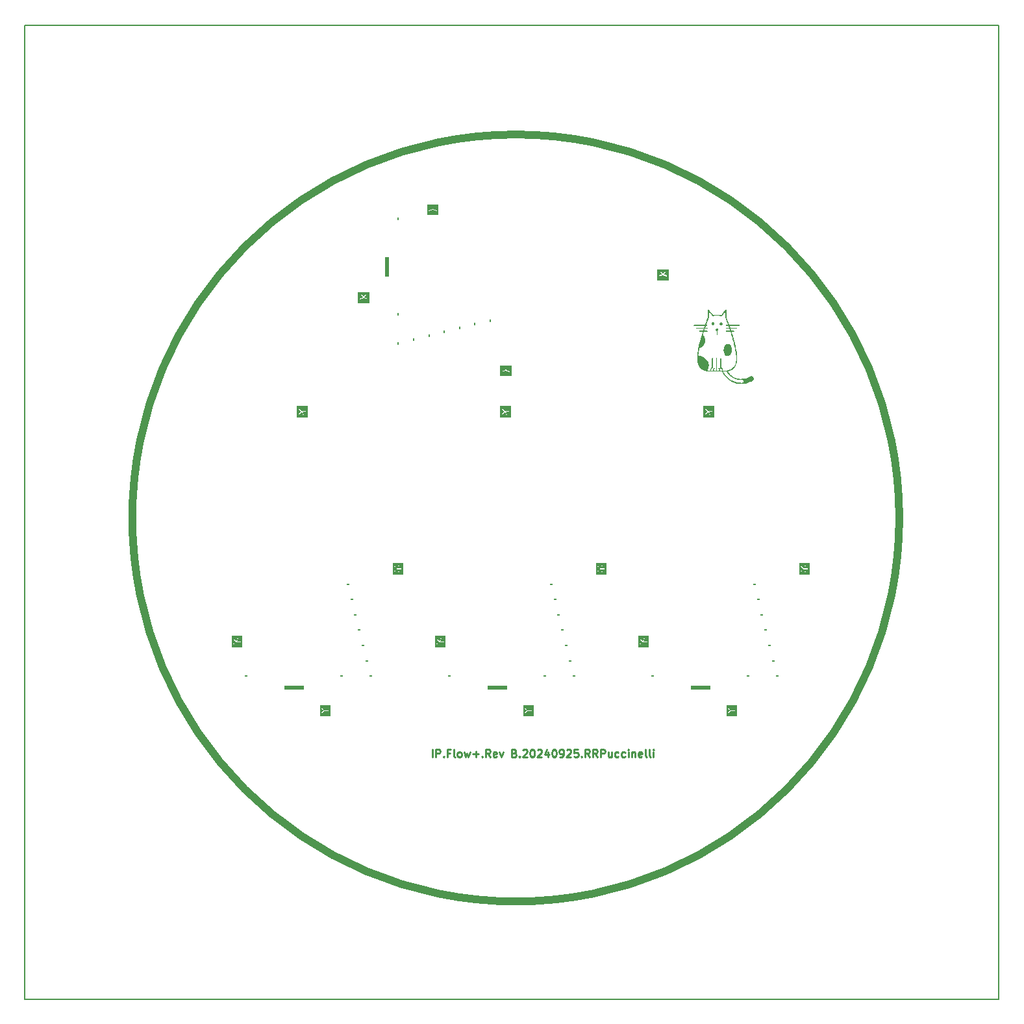
<source format=gbr>
%TF.GenerationSoftware,KiCad,Pcbnew,8.0.4*%
%TF.CreationDate,2024-09-25T16:13:23-07:00*%
%TF.ProjectId,ImmunoprecipitationDevice_RevC,496d6d75-6e6f-4707-9265-636970697461,rev?*%
%TF.SameCoordinates,Original*%
%TF.FileFunction,Legend,Top*%
%TF.FilePolarity,Positive*%
%FSLAX46Y46*%
G04 Gerber Fmt 4.6, Leading zero omitted, Abs format (unit mm)*
G04 Created by KiCad (PCBNEW 8.0.4) date 2024-09-25 16:13:23*
%MOMM*%
%LPD*%
G01*
G04 APERTURE LIST*
%ADD10C,1.000000*%
%ADD11C,0.250000*%
%ADD12C,0.100000*%
%ADD13C,0.000000*%
%ADD14R,0.400000X0.150000*%
%ADD15R,2.500000X0.550000*%
%ADD16R,0.150000X0.400000*%
%ADD17R,0.550000X2.500000*%
%TA.AperFunction,Profile*%
%ADD18C,0.150000*%
%TD*%
G04 APERTURE END LIST*
D10*
X114000000Y-64275000D02*
G75*
G02*
X14000000Y-64275000I-50000000J0D01*
G01*
X14000000Y-64275000D02*
G75*
G02*
X114000000Y-64275000I50000000J0D01*
G01*
D11*
X53102568Y-95449619D02*
X53102568Y-94449619D01*
X53578758Y-95449619D02*
X53578758Y-94449619D01*
X53578758Y-94449619D02*
X53959710Y-94449619D01*
X53959710Y-94449619D02*
X54054948Y-94497238D01*
X54054948Y-94497238D02*
X54102567Y-94544857D01*
X54102567Y-94544857D02*
X54150186Y-94640095D01*
X54150186Y-94640095D02*
X54150186Y-94782952D01*
X54150186Y-94782952D02*
X54102567Y-94878190D01*
X54102567Y-94878190D02*
X54054948Y-94925809D01*
X54054948Y-94925809D02*
X53959710Y-94973428D01*
X53959710Y-94973428D02*
X53578758Y-94973428D01*
X54578758Y-95354380D02*
X54626377Y-95402000D01*
X54626377Y-95402000D02*
X54578758Y-95449619D01*
X54578758Y-95449619D02*
X54531139Y-95402000D01*
X54531139Y-95402000D02*
X54578758Y-95354380D01*
X54578758Y-95354380D02*
X54578758Y-95449619D01*
X55388281Y-94925809D02*
X55054948Y-94925809D01*
X55054948Y-95449619D02*
X55054948Y-94449619D01*
X55054948Y-94449619D02*
X55531138Y-94449619D01*
X56054948Y-95449619D02*
X55959710Y-95402000D01*
X55959710Y-95402000D02*
X55912091Y-95306761D01*
X55912091Y-95306761D02*
X55912091Y-94449619D01*
X56578758Y-95449619D02*
X56483520Y-95402000D01*
X56483520Y-95402000D02*
X56435901Y-95354380D01*
X56435901Y-95354380D02*
X56388282Y-95259142D01*
X56388282Y-95259142D02*
X56388282Y-94973428D01*
X56388282Y-94973428D02*
X56435901Y-94878190D01*
X56435901Y-94878190D02*
X56483520Y-94830571D01*
X56483520Y-94830571D02*
X56578758Y-94782952D01*
X56578758Y-94782952D02*
X56721615Y-94782952D01*
X56721615Y-94782952D02*
X56816853Y-94830571D01*
X56816853Y-94830571D02*
X56864472Y-94878190D01*
X56864472Y-94878190D02*
X56912091Y-94973428D01*
X56912091Y-94973428D02*
X56912091Y-95259142D01*
X56912091Y-95259142D02*
X56864472Y-95354380D01*
X56864472Y-95354380D02*
X56816853Y-95402000D01*
X56816853Y-95402000D02*
X56721615Y-95449619D01*
X56721615Y-95449619D02*
X56578758Y-95449619D01*
X57245425Y-94782952D02*
X57435901Y-95449619D01*
X57435901Y-95449619D02*
X57626377Y-94973428D01*
X57626377Y-94973428D02*
X57816853Y-95449619D01*
X57816853Y-95449619D02*
X58007329Y-94782952D01*
X58388282Y-95068666D02*
X59150187Y-95068666D01*
X58769234Y-95449619D02*
X58769234Y-94687714D01*
X59626377Y-95354380D02*
X59673996Y-95402000D01*
X59673996Y-95402000D02*
X59626377Y-95449619D01*
X59626377Y-95449619D02*
X59578758Y-95402000D01*
X59578758Y-95402000D02*
X59626377Y-95354380D01*
X59626377Y-95354380D02*
X59626377Y-95449619D01*
X60673995Y-95449619D02*
X60340662Y-94973428D01*
X60102567Y-95449619D02*
X60102567Y-94449619D01*
X60102567Y-94449619D02*
X60483519Y-94449619D01*
X60483519Y-94449619D02*
X60578757Y-94497238D01*
X60578757Y-94497238D02*
X60626376Y-94544857D01*
X60626376Y-94544857D02*
X60673995Y-94640095D01*
X60673995Y-94640095D02*
X60673995Y-94782952D01*
X60673995Y-94782952D02*
X60626376Y-94878190D01*
X60626376Y-94878190D02*
X60578757Y-94925809D01*
X60578757Y-94925809D02*
X60483519Y-94973428D01*
X60483519Y-94973428D02*
X60102567Y-94973428D01*
X61483519Y-95402000D02*
X61388281Y-95449619D01*
X61388281Y-95449619D02*
X61197805Y-95449619D01*
X61197805Y-95449619D02*
X61102567Y-95402000D01*
X61102567Y-95402000D02*
X61054948Y-95306761D01*
X61054948Y-95306761D02*
X61054948Y-94925809D01*
X61054948Y-94925809D02*
X61102567Y-94830571D01*
X61102567Y-94830571D02*
X61197805Y-94782952D01*
X61197805Y-94782952D02*
X61388281Y-94782952D01*
X61388281Y-94782952D02*
X61483519Y-94830571D01*
X61483519Y-94830571D02*
X61531138Y-94925809D01*
X61531138Y-94925809D02*
X61531138Y-95021047D01*
X61531138Y-95021047D02*
X61054948Y-95116285D01*
X61864472Y-94782952D02*
X62102567Y-95449619D01*
X62102567Y-95449619D02*
X62340662Y-94782952D01*
X63816853Y-94925809D02*
X63959710Y-94973428D01*
X63959710Y-94973428D02*
X64007329Y-95021047D01*
X64007329Y-95021047D02*
X64054948Y-95116285D01*
X64054948Y-95116285D02*
X64054948Y-95259142D01*
X64054948Y-95259142D02*
X64007329Y-95354380D01*
X64007329Y-95354380D02*
X63959710Y-95402000D01*
X63959710Y-95402000D02*
X63864472Y-95449619D01*
X63864472Y-95449619D02*
X63483520Y-95449619D01*
X63483520Y-95449619D02*
X63483520Y-94449619D01*
X63483520Y-94449619D02*
X63816853Y-94449619D01*
X63816853Y-94449619D02*
X63912091Y-94497238D01*
X63912091Y-94497238D02*
X63959710Y-94544857D01*
X63959710Y-94544857D02*
X64007329Y-94640095D01*
X64007329Y-94640095D02*
X64007329Y-94735333D01*
X64007329Y-94735333D02*
X63959710Y-94830571D01*
X63959710Y-94830571D02*
X63912091Y-94878190D01*
X63912091Y-94878190D02*
X63816853Y-94925809D01*
X63816853Y-94925809D02*
X63483520Y-94925809D01*
X64483520Y-95354380D02*
X64531139Y-95402000D01*
X64531139Y-95402000D02*
X64483520Y-95449619D01*
X64483520Y-95449619D02*
X64435901Y-95402000D01*
X64435901Y-95402000D02*
X64483520Y-95354380D01*
X64483520Y-95354380D02*
X64483520Y-95449619D01*
X64912091Y-94544857D02*
X64959710Y-94497238D01*
X64959710Y-94497238D02*
X65054948Y-94449619D01*
X65054948Y-94449619D02*
X65293043Y-94449619D01*
X65293043Y-94449619D02*
X65388281Y-94497238D01*
X65388281Y-94497238D02*
X65435900Y-94544857D01*
X65435900Y-94544857D02*
X65483519Y-94640095D01*
X65483519Y-94640095D02*
X65483519Y-94735333D01*
X65483519Y-94735333D02*
X65435900Y-94878190D01*
X65435900Y-94878190D02*
X64864472Y-95449619D01*
X64864472Y-95449619D02*
X65483519Y-95449619D01*
X66102567Y-94449619D02*
X66197805Y-94449619D01*
X66197805Y-94449619D02*
X66293043Y-94497238D01*
X66293043Y-94497238D02*
X66340662Y-94544857D01*
X66340662Y-94544857D02*
X66388281Y-94640095D01*
X66388281Y-94640095D02*
X66435900Y-94830571D01*
X66435900Y-94830571D02*
X66435900Y-95068666D01*
X66435900Y-95068666D02*
X66388281Y-95259142D01*
X66388281Y-95259142D02*
X66340662Y-95354380D01*
X66340662Y-95354380D02*
X66293043Y-95402000D01*
X66293043Y-95402000D02*
X66197805Y-95449619D01*
X66197805Y-95449619D02*
X66102567Y-95449619D01*
X66102567Y-95449619D02*
X66007329Y-95402000D01*
X66007329Y-95402000D02*
X65959710Y-95354380D01*
X65959710Y-95354380D02*
X65912091Y-95259142D01*
X65912091Y-95259142D02*
X65864472Y-95068666D01*
X65864472Y-95068666D02*
X65864472Y-94830571D01*
X65864472Y-94830571D02*
X65912091Y-94640095D01*
X65912091Y-94640095D02*
X65959710Y-94544857D01*
X65959710Y-94544857D02*
X66007329Y-94497238D01*
X66007329Y-94497238D02*
X66102567Y-94449619D01*
X66816853Y-94544857D02*
X66864472Y-94497238D01*
X66864472Y-94497238D02*
X66959710Y-94449619D01*
X66959710Y-94449619D02*
X67197805Y-94449619D01*
X67197805Y-94449619D02*
X67293043Y-94497238D01*
X67293043Y-94497238D02*
X67340662Y-94544857D01*
X67340662Y-94544857D02*
X67388281Y-94640095D01*
X67388281Y-94640095D02*
X67388281Y-94735333D01*
X67388281Y-94735333D02*
X67340662Y-94878190D01*
X67340662Y-94878190D02*
X66769234Y-95449619D01*
X66769234Y-95449619D02*
X67388281Y-95449619D01*
X68245424Y-94782952D02*
X68245424Y-95449619D01*
X68007329Y-94402000D02*
X67769234Y-95116285D01*
X67769234Y-95116285D02*
X68388281Y-95116285D01*
X68959710Y-94449619D02*
X69054948Y-94449619D01*
X69054948Y-94449619D02*
X69150186Y-94497238D01*
X69150186Y-94497238D02*
X69197805Y-94544857D01*
X69197805Y-94544857D02*
X69245424Y-94640095D01*
X69245424Y-94640095D02*
X69293043Y-94830571D01*
X69293043Y-94830571D02*
X69293043Y-95068666D01*
X69293043Y-95068666D02*
X69245424Y-95259142D01*
X69245424Y-95259142D02*
X69197805Y-95354380D01*
X69197805Y-95354380D02*
X69150186Y-95402000D01*
X69150186Y-95402000D02*
X69054948Y-95449619D01*
X69054948Y-95449619D02*
X68959710Y-95449619D01*
X68959710Y-95449619D02*
X68864472Y-95402000D01*
X68864472Y-95402000D02*
X68816853Y-95354380D01*
X68816853Y-95354380D02*
X68769234Y-95259142D01*
X68769234Y-95259142D02*
X68721615Y-95068666D01*
X68721615Y-95068666D02*
X68721615Y-94830571D01*
X68721615Y-94830571D02*
X68769234Y-94640095D01*
X68769234Y-94640095D02*
X68816853Y-94544857D01*
X68816853Y-94544857D02*
X68864472Y-94497238D01*
X68864472Y-94497238D02*
X68959710Y-94449619D01*
X69769234Y-95449619D02*
X69959710Y-95449619D01*
X69959710Y-95449619D02*
X70054948Y-95402000D01*
X70054948Y-95402000D02*
X70102567Y-95354380D01*
X70102567Y-95354380D02*
X70197805Y-95211523D01*
X70197805Y-95211523D02*
X70245424Y-95021047D01*
X70245424Y-95021047D02*
X70245424Y-94640095D01*
X70245424Y-94640095D02*
X70197805Y-94544857D01*
X70197805Y-94544857D02*
X70150186Y-94497238D01*
X70150186Y-94497238D02*
X70054948Y-94449619D01*
X70054948Y-94449619D02*
X69864472Y-94449619D01*
X69864472Y-94449619D02*
X69769234Y-94497238D01*
X69769234Y-94497238D02*
X69721615Y-94544857D01*
X69721615Y-94544857D02*
X69673996Y-94640095D01*
X69673996Y-94640095D02*
X69673996Y-94878190D01*
X69673996Y-94878190D02*
X69721615Y-94973428D01*
X69721615Y-94973428D02*
X69769234Y-95021047D01*
X69769234Y-95021047D02*
X69864472Y-95068666D01*
X69864472Y-95068666D02*
X70054948Y-95068666D01*
X70054948Y-95068666D02*
X70150186Y-95021047D01*
X70150186Y-95021047D02*
X70197805Y-94973428D01*
X70197805Y-94973428D02*
X70245424Y-94878190D01*
X70626377Y-94544857D02*
X70673996Y-94497238D01*
X70673996Y-94497238D02*
X70769234Y-94449619D01*
X70769234Y-94449619D02*
X71007329Y-94449619D01*
X71007329Y-94449619D02*
X71102567Y-94497238D01*
X71102567Y-94497238D02*
X71150186Y-94544857D01*
X71150186Y-94544857D02*
X71197805Y-94640095D01*
X71197805Y-94640095D02*
X71197805Y-94735333D01*
X71197805Y-94735333D02*
X71150186Y-94878190D01*
X71150186Y-94878190D02*
X70578758Y-95449619D01*
X70578758Y-95449619D02*
X71197805Y-95449619D01*
X72102567Y-94449619D02*
X71626377Y-94449619D01*
X71626377Y-94449619D02*
X71578758Y-94925809D01*
X71578758Y-94925809D02*
X71626377Y-94878190D01*
X71626377Y-94878190D02*
X71721615Y-94830571D01*
X71721615Y-94830571D02*
X71959710Y-94830571D01*
X71959710Y-94830571D02*
X72054948Y-94878190D01*
X72054948Y-94878190D02*
X72102567Y-94925809D01*
X72102567Y-94925809D02*
X72150186Y-95021047D01*
X72150186Y-95021047D02*
X72150186Y-95259142D01*
X72150186Y-95259142D02*
X72102567Y-95354380D01*
X72102567Y-95354380D02*
X72054948Y-95402000D01*
X72054948Y-95402000D02*
X71959710Y-95449619D01*
X71959710Y-95449619D02*
X71721615Y-95449619D01*
X71721615Y-95449619D02*
X71626377Y-95402000D01*
X71626377Y-95402000D02*
X71578758Y-95354380D01*
X72578758Y-95354380D02*
X72626377Y-95402000D01*
X72626377Y-95402000D02*
X72578758Y-95449619D01*
X72578758Y-95449619D02*
X72531139Y-95402000D01*
X72531139Y-95402000D02*
X72578758Y-95354380D01*
X72578758Y-95354380D02*
X72578758Y-95449619D01*
X73626376Y-95449619D02*
X73293043Y-94973428D01*
X73054948Y-95449619D02*
X73054948Y-94449619D01*
X73054948Y-94449619D02*
X73435900Y-94449619D01*
X73435900Y-94449619D02*
X73531138Y-94497238D01*
X73531138Y-94497238D02*
X73578757Y-94544857D01*
X73578757Y-94544857D02*
X73626376Y-94640095D01*
X73626376Y-94640095D02*
X73626376Y-94782952D01*
X73626376Y-94782952D02*
X73578757Y-94878190D01*
X73578757Y-94878190D02*
X73531138Y-94925809D01*
X73531138Y-94925809D02*
X73435900Y-94973428D01*
X73435900Y-94973428D02*
X73054948Y-94973428D01*
X74626376Y-95449619D02*
X74293043Y-94973428D01*
X74054948Y-95449619D02*
X74054948Y-94449619D01*
X74054948Y-94449619D02*
X74435900Y-94449619D01*
X74435900Y-94449619D02*
X74531138Y-94497238D01*
X74531138Y-94497238D02*
X74578757Y-94544857D01*
X74578757Y-94544857D02*
X74626376Y-94640095D01*
X74626376Y-94640095D02*
X74626376Y-94782952D01*
X74626376Y-94782952D02*
X74578757Y-94878190D01*
X74578757Y-94878190D02*
X74531138Y-94925809D01*
X74531138Y-94925809D02*
X74435900Y-94973428D01*
X74435900Y-94973428D02*
X74054948Y-94973428D01*
X75054948Y-95449619D02*
X75054948Y-94449619D01*
X75054948Y-94449619D02*
X75435900Y-94449619D01*
X75435900Y-94449619D02*
X75531138Y-94497238D01*
X75531138Y-94497238D02*
X75578757Y-94544857D01*
X75578757Y-94544857D02*
X75626376Y-94640095D01*
X75626376Y-94640095D02*
X75626376Y-94782952D01*
X75626376Y-94782952D02*
X75578757Y-94878190D01*
X75578757Y-94878190D02*
X75531138Y-94925809D01*
X75531138Y-94925809D02*
X75435900Y-94973428D01*
X75435900Y-94973428D02*
X75054948Y-94973428D01*
X76483519Y-94782952D02*
X76483519Y-95449619D01*
X76054948Y-94782952D02*
X76054948Y-95306761D01*
X76054948Y-95306761D02*
X76102567Y-95402000D01*
X76102567Y-95402000D02*
X76197805Y-95449619D01*
X76197805Y-95449619D02*
X76340662Y-95449619D01*
X76340662Y-95449619D02*
X76435900Y-95402000D01*
X76435900Y-95402000D02*
X76483519Y-95354380D01*
X77388281Y-95402000D02*
X77293043Y-95449619D01*
X77293043Y-95449619D02*
X77102567Y-95449619D01*
X77102567Y-95449619D02*
X77007329Y-95402000D01*
X77007329Y-95402000D02*
X76959710Y-95354380D01*
X76959710Y-95354380D02*
X76912091Y-95259142D01*
X76912091Y-95259142D02*
X76912091Y-94973428D01*
X76912091Y-94973428D02*
X76959710Y-94878190D01*
X76959710Y-94878190D02*
X77007329Y-94830571D01*
X77007329Y-94830571D02*
X77102567Y-94782952D01*
X77102567Y-94782952D02*
X77293043Y-94782952D01*
X77293043Y-94782952D02*
X77388281Y-94830571D01*
X78245424Y-95402000D02*
X78150186Y-95449619D01*
X78150186Y-95449619D02*
X77959710Y-95449619D01*
X77959710Y-95449619D02*
X77864472Y-95402000D01*
X77864472Y-95402000D02*
X77816853Y-95354380D01*
X77816853Y-95354380D02*
X77769234Y-95259142D01*
X77769234Y-95259142D02*
X77769234Y-94973428D01*
X77769234Y-94973428D02*
X77816853Y-94878190D01*
X77816853Y-94878190D02*
X77864472Y-94830571D01*
X77864472Y-94830571D02*
X77959710Y-94782952D01*
X77959710Y-94782952D02*
X78150186Y-94782952D01*
X78150186Y-94782952D02*
X78245424Y-94830571D01*
X78673996Y-95449619D02*
X78673996Y-94782952D01*
X78673996Y-94449619D02*
X78626377Y-94497238D01*
X78626377Y-94497238D02*
X78673996Y-94544857D01*
X78673996Y-94544857D02*
X78721615Y-94497238D01*
X78721615Y-94497238D02*
X78673996Y-94449619D01*
X78673996Y-94449619D02*
X78673996Y-94544857D01*
X79150186Y-94782952D02*
X79150186Y-95449619D01*
X79150186Y-94878190D02*
X79197805Y-94830571D01*
X79197805Y-94830571D02*
X79293043Y-94782952D01*
X79293043Y-94782952D02*
X79435900Y-94782952D01*
X79435900Y-94782952D02*
X79531138Y-94830571D01*
X79531138Y-94830571D02*
X79578757Y-94925809D01*
X79578757Y-94925809D02*
X79578757Y-95449619D01*
X80435900Y-95402000D02*
X80340662Y-95449619D01*
X80340662Y-95449619D02*
X80150186Y-95449619D01*
X80150186Y-95449619D02*
X80054948Y-95402000D01*
X80054948Y-95402000D02*
X80007329Y-95306761D01*
X80007329Y-95306761D02*
X80007329Y-94925809D01*
X80007329Y-94925809D02*
X80054948Y-94830571D01*
X80054948Y-94830571D02*
X80150186Y-94782952D01*
X80150186Y-94782952D02*
X80340662Y-94782952D01*
X80340662Y-94782952D02*
X80435900Y-94830571D01*
X80435900Y-94830571D02*
X80483519Y-94925809D01*
X80483519Y-94925809D02*
X80483519Y-95021047D01*
X80483519Y-95021047D02*
X80007329Y-95116285D01*
X81054948Y-95449619D02*
X80959710Y-95402000D01*
X80959710Y-95402000D02*
X80912091Y-95306761D01*
X80912091Y-95306761D02*
X80912091Y-94449619D01*
X81578758Y-95449619D02*
X81483520Y-95402000D01*
X81483520Y-95402000D02*
X81435901Y-95306761D01*
X81435901Y-95306761D02*
X81435901Y-94449619D01*
X81959711Y-95449619D02*
X81959711Y-94782952D01*
X81959711Y-94449619D02*
X81912092Y-94497238D01*
X81912092Y-94497238D02*
X81959711Y-94544857D01*
X81959711Y-94544857D02*
X82007330Y-94497238D01*
X82007330Y-94497238D02*
X81959711Y-94449619D01*
X81959711Y-94449619D02*
X81959711Y-94544857D01*
D12*
G36*
X36851222Y-51147566D02*
G01*
X35450671Y-51147566D01*
X35450671Y-50111564D01*
X35672893Y-50111564D01*
X35675652Y-50130876D01*
X35685592Y-50147663D01*
X35692819Y-50154285D01*
X36020437Y-50399999D01*
X35692819Y-50645714D01*
X35685592Y-50652336D01*
X35675652Y-50669123D01*
X35672893Y-50688435D01*
X35677735Y-50707333D01*
X35689441Y-50722941D01*
X35706228Y-50732881D01*
X35725540Y-50735640D01*
X35744438Y-50730798D01*
X35752819Y-50725714D01*
X36081577Y-50479144D01*
X36247823Y-50894759D01*
X36252338Y-50903460D01*
X36265964Y-50917422D01*
X36283895Y-50925106D01*
X36303402Y-50925344D01*
X36321517Y-50918098D01*
X36335479Y-50904472D01*
X36343163Y-50886542D01*
X36343401Y-50867034D01*
X36340671Y-50857620D01*
X36177623Y-50449999D01*
X36579961Y-50449999D01*
X36589716Y-50449038D01*
X36607740Y-50441572D01*
X36621534Y-50427778D01*
X36629000Y-50409754D01*
X36629000Y-50390244D01*
X36621534Y-50372220D01*
X36607740Y-50358426D01*
X36589716Y-50350960D01*
X36579961Y-50349999D01*
X36177623Y-50349999D01*
X36340671Y-49942379D01*
X36343401Y-49932965D01*
X36343163Y-49913457D01*
X36335479Y-49895527D01*
X36321517Y-49881901D01*
X36303402Y-49874655D01*
X36283895Y-49874893D01*
X36265964Y-49882577D01*
X36252338Y-49896539D01*
X36247823Y-49905240D01*
X36081577Y-50320853D01*
X35752819Y-50074285D01*
X35744438Y-50069201D01*
X35725540Y-50064359D01*
X35706228Y-50067118D01*
X35689441Y-50077058D01*
X35677735Y-50092666D01*
X35672893Y-50111564D01*
X35450671Y-50111564D01*
X35450671Y-49652433D01*
X36851222Y-49652433D01*
X36851222Y-51147566D01*
G37*
G36*
X49351222Y-71647566D02*
G01*
X47950671Y-71647566D01*
X47950671Y-70611564D01*
X48172893Y-70611564D01*
X48175652Y-70630876D01*
X48185592Y-70647663D01*
X48192819Y-70654285D01*
X48520437Y-70899999D01*
X48192819Y-71145714D01*
X48185592Y-71152336D01*
X48175652Y-71169123D01*
X48172893Y-71188435D01*
X48177735Y-71207333D01*
X48189441Y-71222941D01*
X48206228Y-71232881D01*
X48225540Y-71235640D01*
X48244438Y-71230798D01*
X48252819Y-71225714D01*
X48581577Y-70979144D01*
X48747823Y-71394759D01*
X48752338Y-71403460D01*
X48765964Y-71417422D01*
X48783895Y-71425106D01*
X48803402Y-71425344D01*
X48821517Y-71418098D01*
X48835479Y-71404472D01*
X48843163Y-71386542D01*
X48843401Y-71367034D01*
X48840671Y-71357620D01*
X48677623Y-70949999D01*
X49079961Y-70949999D01*
X49089716Y-70949038D01*
X49107740Y-70941572D01*
X49121534Y-70927778D01*
X49129000Y-70909754D01*
X49129000Y-70890244D01*
X49121534Y-70872220D01*
X49107740Y-70858426D01*
X49089716Y-70850960D01*
X49079961Y-70849999D01*
X48677623Y-70849999D01*
X48840671Y-70442379D01*
X48843401Y-70432965D01*
X48843163Y-70413457D01*
X48835479Y-70395527D01*
X48821517Y-70381901D01*
X48803402Y-70374655D01*
X48783895Y-70374893D01*
X48765964Y-70382577D01*
X48752338Y-70396539D01*
X48747823Y-70405240D01*
X48581577Y-70820853D01*
X48252819Y-70574285D01*
X48244438Y-70569201D01*
X48225540Y-70564359D01*
X48206228Y-70567118D01*
X48189441Y-70577058D01*
X48177735Y-70592666D01*
X48172893Y-70611564D01*
X47950671Y-70611564D01*
X47950671Y-70152433D01*
X49351222Y-70152433D01*
X49351222Y-71647566D01*
G37*
G36*
X28351222Y-81147566D02*
G01*
X26950671Y-81147566D01*
X26950671Y-80111564D01*
X27172893Y-80111564D01*
X27175652Y-80130876D01*
X27185592Y-80147663D01*
X27192819Y-80154285D01*
X27520437Y-80399999D01*
X27192819Y-80645714D01*
X27185592Y-80652336D01*
X27175652Y-80669123D01*
X27172893Y-80688435D01*
X27177735Y-80707333D01*
X27189441Y-80722941D01*
X27206228Y-80732881D01*
X27225540Y-80735640D01*
X27244438Y-80730798D01*
X27252819Y-80725714D01*
X27581577Y-80479144D01*
X27747823Y-80894759D01*
X27752338Y-80903460D01*
X27765964Y-80917422D01*
X27783895Y-80925106D01*
X27803402Y-80925344D01*
X27821517Y-80918098D01*
X27835479Y-80904472D01*
X27843163Y-80886542D01*
X27843401Y-80867034D01*
X27840671Y-80857620D01*
X27677623Y-80449999D01*
X28079961Y-80449999D01*
X28089716Y-80449038D01*
X28107740Y-80441572D01*
X28121534Y-80427778D01*
X28129000Y-80409754D01*
X28129000Y-80390244D01*
X28121534Y-80372220D01*
X28107740Y-80358426D01*
X28089716Y-80350960D01*
X28079961Y-80349999D01*
X27677623Y-80349999D01*
X27840671Y-79942379D01*
X27843401Y-79932965D01*
X27843163Y-79913457D01*
X27835479Y-79895527D01*
X27821517Y-79881901D01*
X27803402Y-79874655D01*
X27783895Y-79874893D01*
X27765964Y-79882577D01*
X27752338Y-79896539D01*
X27747823Y-79905240D01*
X27581577Y-80320853D01*
X27252819Y-80074285D01*
X27244438Y-80069201D01*
X27225540Y-80064359D01*
X27206228Y-80067118D01*
X27189441Y-80077058D01*
X27177735Y-80092666D01*
X27172893Y-80111564D01*
X26950671Y-80111564D01*
X26950671Y-79652433D01*
X28351222Y-79652433D01*
X28351222Y-81147566D01*
G37*
G36*
X39851222Y-90147566D02*
G01*
X38450671Y-90147566D01*
X38450671Y-89111564D01*
X38672893Y-89111564D01*
X38675652Y-89130876D01*
X38685592Y-89147663D01*
X38692819Y-89154285D01*
X39020437Y-89399999D01*
X38692819Y-89645714D01*
X38685592Y-89652336D01*
X38675652Y-89669123D01*
X38672893Y-89688435D01*
X38677735Y-89707333D01*
X38689441Y-89722941D01*
X38706228Y-89732881D01*
X38725540Y-89735640D01*
X38744438Y-89730798D01*
X38752819Y-89725714D01*
X39081577Y-89479144D01*
X39247823Y-89894759D01*
X39252338Y-89903460D01*
X39265964Y-89917422D01*
X39283895Y-89925106D01*
X39303402Y-89925344D01*
X39321517Y-89918098D01*
X39335479Y-89904472D01*
X39343163Y-89886542D01*
X39343401Y-89867034D01*
X39340671Y-89857620D01*
X39177623Y-89449999D01*
X39579961Y-89449999D01*
X39589716Y-89449038D01*
X39607740Y-89441572D01*
X39621534Y-89427778D01*
X39629000Y-89409754D01*
X39629000Y-89390244D01*
X39621534Y-89372220D01*
X39607740Y-89358426D01*
X39589716Y-89350960D01*
X39579961Y-89349999D01*
X39177623Y-89349999D01*
X39340671Y-88942379D01*
X39343401Y-88932965D01*
X39343163Y-88913457D01*
X39335479Y-88895527D01*
X39321517Y-88881901D01*
X39303402Y-88874655D01*
X39283895Y-88874893D01*
X39265964Y-88882577D01*
X39252338Y-88896539D01*
X39247823Y-88905240D01*
X39081577Y-89320853D01*
X38752819Y-89074285D01*
X38744438Y-89069201D01*
X38725540Y-89064359D01*
X38706228Y-89067118D01*
X38689441Y-89077058D01*
X38677735Y-89092666D01*
X38672893Y-89111564D01*
X38450671Y-89111564D01*
X38450671Y-88652433D01*
X39851222Y-88652433D01*
X39851222Y-90147566D01*
G37*
G36*
X89851222Y-51147566D02*
G01*
X88450671Y-51147566D01*
X88450671Y-50111564D01*
X88672893Y-50111564D01*
X88675652Y-50130876D01*
X88685592Y-50147663D01*
X88692819Y-50154285D01*
X89020437Y-50399999D01*
X88692819Y-50645714D01*
X88685592Y-50652336D01*
X88675652Y-50669123D01*
X88672893Y-50688435D01*
X88677735Y-50707333D01*
X88689441Y-50722941D01*
X88706228Y-50732881D01*
X88725540Y-50735640D01*
X88744438Y-50730798D01*
X88752819Y-50725714D01*
X89081577Y-50479144D01*
X89247823Y-50894759D01*
X89252338Y-50903460D01*
X89265964Y-50917422D01*
X89283895Y-50925106D01*
X89303402Y-50925344D01*
X89321517Y-50918098D01*
X89335479Y-50904472D01*
X89343163Y-50886542D01*
X89343401Y-50867034D01*
X89340671Y-50857620D01*
X89177623Y-50449999D01*
X89579961Y-50449999D01*
X89589716Y-50449038D01*
X89607740Y-50441572D01*
X89621534Y-50427778D01*
X89629000Y-50409754D01*
X89629000Y-50390244D01*
X89621534Y-50372220D01*
X89607740Y-50358426D01*
X89589716Y-50350960D01*
X89579961Y-50349999D01*
X89177623Y-50349999D01*
X89340671Y-49942379D01*
X89343401Y-49932965D01*
X89343163Y-49913457D01*
X89335479Y-49895527D01*
X89321517Y-49881901D01*
X89303402Y-49874655D01*
X89283895Y-49874893D01*
X89265964Y-49882577D01*
X89252338Y-49896539D01*
X89247823Y-49905240D01*
X89081577Y-50320853D01*
X88752819Y-50074285D01*
X88744438Y-50069201D01*
X88725540Y-50064359D01*
X88706228Y-50067118D01*
X88689441Y-50077058D01*
X88677735Y-50092666D01*
X88672893Y-50111564D01*
X88450671Y-50111564D01*
X88450671Y-49652433D01*
X89851222Y-49652433D01*
X89851222Y-51147566D01*
G37*
G36*
X102351222Y-71647566D02*
G01*
X100950671Y-71647566D01*
X100950671Y-70611564D01*
X101172893Y-70611564D01*
X101175652Y-70630876D01*
X101185592Y-70647663D01*
X101192819Y-70654285D01*
X101520437Y-70899999D01*
X101192819Y-71145714D01*
X101185592Y-71152336D01*
X101175652Y-71169123D01*
X101172893Y-71188435D01*
X101177735Y-71207333D01*
X101189441Y-71222941D01*
X101206228Y-71232881D01*
X101225540Y-71235640D01*
X101244438Y-71230798D01*
X101252819Y-71225714D01*
X101581577Y-70979144D01*
X101747823Y-71394759D01*
X101752338Y-71403460D01*
X101765964Y-71417422D01*
X101783895Y-71425106D01*
X101803402Y-71425344D01*
X101821517Y-71418098D01*
X101835479Y-71404472D01*
X101843163Y-71386542D01*
X101843401Y-71367034D01*
X101840671Y-71357620D01*
X101677623Y-70949999D01*
X102079961Y-70949999D01*
X102089716Y-70949038D01*
X102107740Y-70941572D01*
X102121534Y-70927778D01*
X102129000Y-70909754D01*
X102129000Y-70890244D01*
X102121534Y-70872220D01*
X102107740Y-70858426D01*
X102089716Y-70850960D01*
X102079961Y-70849999D01*
X101677623Y-70849999D01*
X101840671Y-70442379D01*
X101843401Y-70432965D01*
X101843163Y-70413457D01*
X101835479Y-70395527D01*
X101821517Y-70381901D01*
X101803402Y-70374655D01*
X101783895Y-70374893D01*
X101765964Y-70382577D01*
X101752338Y-70396539D01*
X101747823Y-70405240D01*
X101581577Y-70820853D01*
X101252819Y-70574285D01*
X101244438Y-70569201D01*
X101225540Y-70564359D01*
X101206228Y-70567118D01*
X101189441Y-70577058D01*
X101177735Y-70592666D01*
X101172893Y-70611564D01*
X100950671Y-70611564D01*
X100950671Y-70152433D01*
X102351222Y-70152433D01*
X102351222Y-71647566D01*
G37*
G36*
X81351222Y-81147566D02*
G01*
X79950671Y-81147566D01*
X79950671Y-80111564D01*
X80172893Y-80111564D01*
X80175652Y-80130876D01*
X80185592Y-80147663D01*
X80192819Y-80154285D01*
X80520437Y-80399999D01*
X80192819Y-80645714D01*
X80185592Y-80652336D01*
X80175652Y-80669123D01*
X80172893Y-80688435D01*
X80177735Y-80707333D01*
X80189441Y-80722941D01*
X80206228Y-80732881D01*
X80225540Y-80735640D01*
X80244438Y-80730798D01*
X80252819Y-80725714D01*
X80581577Y-80479144D01*
X80747823Y-80894759D01*
X80752338Y-80903460D01*
X80765964Y-80917422D01*
X80783895Y-80925106D01*
X80803402Y-80925344D01*
X80821517Y-80918098D01*
X80835479Y-80904472D01*
X80843163Y-80886542D01*
X80843401Y-80867034D01*
X80840671Y-80857620D01*
X80677623Y-80449999D01*
X81079961Y-80449999D01*
X81089716Y-80449038D01*
X81107740Y-80441572D01*
X81121534Y-80427778D01*
X81129000Y-80409754D01*
X81129000Y-80390244D01*
X81121534Y-80372220D01*
X81107740Y-80358426D01*
X81089716Y-80350960D01*
X81079961Y-80349999D01*
X80677623Y-80349999D01*
X80840671Y-79942379D01*
X80843401Y-79932965D01*
X80843163Y-79913457D01*
X80835479Y-79895527D01*
X80821517Y-79881901D01*
X80803402Y-79874655D01*
X80783895Y-79874893D01*
X80765964Y-79882577D01*
X80752338Y-79896539D01*
X80747823Y-79905240D01*
X80581577Y-80320853D01*
X80252819Y-80074285D01*
X80244438Y-80069201D01*
X80225540Y-80064359D01*
X80206228Y-80067118D01*
X80189441Y-80077058D01*
X80177735Y-80092666D01*
X80172893Y-80111564D01*
X79950671Y-80111564D01*
X79950671Y-79652433D01*
X81351222Y-79652433D01*
X81351222Y-81147566D01*
G37*
G36*
X92851222Y-90147566D02*
G01*
X91450671Y-90147566D01*
X91450671Y-89111564D01*
X91672893Y-89111564D01*
X91675652Y-89130876D01*
X91685592Y-89147663D01*
X91692819Y-89154285D01*
X92020437Y-89399999D01*
X91692819Y-89645714D01*
X91685592Y-89652336D01*
X91675652Y-89669123D01*
X91672893Y-89688435D01*
X91677735Y-89707333D01*
X91689441Y-89722941D01*
X91706228Y-89732881D01*
X91725540Y-89735640D01*
X91744438Y-89730798D01*
X91752819Y-89725714D01*
X92081577Y-89479144D01*
X92247823Y-89894759D01*
X92252338Y-89903460D01*
X92265964Y-89917422D01*
X92283895Y-89925106D01*
X92303402Y-89925344D01*
X92321517Y-89918098D01*
X92335479Y-89904472D01*
X92343163Y-89886542D01*
X92343401Y-89867034D01*
X92340671Y-89857620D01*
X92177623Y-89449999D01*
X92579961Y-89449999D01*
X92589716Y-89449038D01*
X92607740Y-89441572D01*
X92621534Y-89427778D01*
X92629000Y-89409754D01*
X92629000Y-89390244D01*
X92621534Y-89372220D01*
X92607740Y-89358426D01*
X92589716Y-89350960D01*
X92579961Y-89349999D01*
X92177623Y-89349999D01*
X92340671Y-88942379D01*
X92343401Y-88932965D01*
X92343163Y-88913457D01*
X92335479Y-88895527D01*
X92321517Y-88881901D01*
X92303402Y-88874655D01*
X92283895Y-88874893D01*
X92265964Y-88882577D01*
X92252338Y-88896539D01*
X92247823Y-88905240D01*
X92081577Y-89320853D01*
X91752819Y-89074285D01*
X91744438Y-89069201D01*
X91725540Y-89064359D01*
X91706228Y-89067118D01*
X91689441Y-89077058D01*
X91677735Y-89092666D01*
X91672893Y-89111564D01*
X91450671Y-89111564D01*
X91450671Y-88652433D01*
X92851222Y-88652433D01*
X92851222Y-90147566D01*
G37*
G36*
X63351222Y-51147566D02*
G01*
X61950671Y-51147566D01*
X61950671Y-50111564D01*
X62172893Y-50111564D01*
X62175652Y-50130876D01*
X62185592Y-50147663D01*
X62192819Y-50154285D01*
X62520437Y-50399999D01*
X62192819Y-50645714D01*
X62185592Y-50652336D01*
X62175652Y-50669123D01*
X62172893Y-50688435D01*
X62177735Y-50707333D01*
X62189441Y-50722941D01*
X62206228Y-50732881D01*
X62225540Y-50735640D01*
X62244438Y-50730798D01*
X62252819Y-50725714D01*
X62581577Y-50479144D01*
X62747823Y-50894759D01*
X62752338Y-50903460D01*
X62765964Y-50917422D01*
X62783895Y-50925106D01*
X62803402Y-50925344D01*
X62821517Y-50918098D01*
X62835479Y-50904472D01*
X62843163Y-50886542D01*
X62843401Y-50867034D01*
X62840671Y-50857620D01*
X62677623Y-50449999D01*
X63079961Y-50449999D01*
X63089716Y-50449038D01*
X63107740Y-50441572D01*
X63121534Y-50427778D01*
X63129000Y-50409754D01*
X63129000Y-50390244D01*
X63121534Y-50372220D01*
X63107740Y-50358426D01*
X63089716Y-50350960D01*
X63079961Y-50349999D01*
X62677623Y-50349999D01*
X62840671Y-49942379D01*
X62843401Y-49932965D01*
X62843163Y-49913457D01*
X62835479Y-49895527D01*
X62821517Y-49881901D01*
X62803402Y-49874655D01*
X62783895Y-49874893D01*
X62765964Y-49882577D01*
X62752338Y-49896539D01*
X62747823Y-49905240D01*
X62581577Y-50320853D01*
X62252819Y-50074285D01*
X62244438Y-50069201D01*
X62225540Y-50064359D01*
X62206228Y-50067118D01*
X62189441Y-50077058D01*
X62177735Y-50092666D01*
X62172893Y-50111564D01*
X61950671Y-50111564D01*
X61950671Y-49652433D01*
X63351222Y-49652433D01*
X63351222Y-51147566D01*
G37*
G36*
X75851222Y-71647566D02*
G01*
X74450671Y-71647566D01*
X74450671Y-70611564D01*
X74672893Y-70611564D01*
X74675652Y-70630876D01*
X74685592Y-70647663D01*
X74692819Y-70654285D01*
X75020437Y-70899999D01*
X74692819Y-71145714D01*
X74685592Y-71152336D01*
X74675652Y-71169123D01*
X74672893Y-71188435D01*
X74677735Y-71207333D01*
X74689441Y-71222941D01*
X74706228Y-71232881D01*
X74725540Y-71235640D01*
X74744438Y-71230798D01*
X74752819Y-71225714D01*
X75081577Y-70979144D01*
X75247823Y-71394759D01*
X75252338Y-71403460D01*
X75265964Y-71417422D01*
X75283895Y-71425106D01*
X75303402Y-71425344D01*
X75321517Y-71418098D01*
X75335479Y-71404472D01*
X75343163Y-71386542D01*
X75343401Y-71367034D01*
X75340671Y-71357620D01*
X75177623Y-70949999D01*
X75579961Y-70949999D01*
X75589716Y-70949038D01*
X75607740Y-70941572D01*
X75621534Y-70927778D01*
X75629000Y-70909754D01*
X75629000Y-70890244D01*
X75621534Y-70872220D01*
X75607740Y-70858426D01*
X75589716Y-70850960D01*
X75579961Y-70849999D01*
X75177623Y-70849999D01*
X75340671Y-70442379D01*
X75343401Y-70432965D01*
X75343163Y-70413457D01*
X75335479Y-70395527D01*
X75321517Y-70381901D01*
X75303402Y-70374655D01*
X75283895Y-70374893D01*
X75265964Y-70382577D01*
X75252338Y-70396539D01*
X75247823Y-70405240D01*
X75081577Y-70820853D01*
X74752819Y-70574285D01*
X74744438Y-70569201D01*
X74725540Y-70564359D01*
X74706228Y-70567118D01*
X74689441Y-70577058D01*
X74677735Y-70592666D01*
X74672893Y-70611564D01*
X74450671Y-70611564D01*
X74450671Y-70152433D01*
X75851222Y-70152433D01*
X75851222Y-71647566D01*
G37*
G36*
X54851222Y-81147566D02*
G01*
X53450671Y-81147566D01*
X53450671Y-80111564D01*
X53672893Y-80111564D01*
X53675652Y-80130876D01*
X53685592Y-80147663D01*
X53692819Y-80154285D01*
X54020437Y-80399999D01*
X53692819Y-80645714D01*
X53685592Y-80652336D01*
X53675652Y-80669123D01*
X53672893Y-80688435D01*
X53677735Y-80707333D01*
X53689441Y-80722941D01*
X53706228Y-80732881D01*
X53725540Y-80735640D01*
X53744438Y-80730798D01*
X53752819Y-80725714D01*
X54081577Y-80479144D01*
X54247823Y-80894759D01*
X54252338Y-80903460D01*
X54265964Y-80917422D01*
X54283895Y-80925106D01*
X54303402Y-80925344D01*
X54321517Y-80918098D01*
X54335479Y-80904472D01*
X54343163Y-80886542D01*
X54343401Y-80867034D01*
X54340671Y-80857620D01*
X54177623Y-80449999D01*
X54579961Y-80449999D01*
X54589716Y-80449038D01*
X54607740Y-80441572D01*
X54621534Y-80427778D01*
X54629000Y-80409754D01*
X54629000Y-80390244D01*
X54621534Y-80372220D01*
X54607740Y-80358426D01*
X54589716Y-80350960D01*
X54579961Y-80349999D01*
X54177623Y-80349999D01*
X54340671Y-79942379D01*
X54343401Y-79932965D01*
X54343163Y-79913457D01*
X54335479Y-79895527D01*
X54321517Y-79881901D01*
X54303402Y-79874655D01*
X54283895Y-79874893D01*
X54265964Y-79882577D01*
X54252338Y-79896539D01*
X54247823Y-79905240D01*
X54081577Y-80320853D01*
X53752819Y-80074285D01*
X53744438Y-80069201D01*
X53725540Y-80064359D01*
X53706228Y-80067118D01*
X53689441Y-80077058D01*
X53677735Y-80092666D01*
X53672893Y-80111564D01*
X53450671Y-80111564D01*
X53450671Y-79652433D01*
X54851222Y-79652433D01*
X54851222Y-81147566D01*
G37*
G36*
X66351222Y-90147566D02*
G01*
X64950671Y-90147566D01*
X64950671Y-89111564D01*
X65172893Y-89111564D01*
X65175652Y-89130876D01*
X65185592Y-89147663D01*
X65192819Y-89154285D01*
X65520437Y-89399999D01*
X65192819Y-89645714D01*
X65185592Y-89652336D01*
X65175652Y-89669123D01*
X65172893Y-89688435D01*
X65177735Y-89707333D01*
X65189441Y-89722941D01*
X65206228Y-89732881D01*
X65225540Y-89735640D01*
X65244438Y-89730798D01*
X65252819Y-89725714D01*
X65581577Y-89479144D01*
X65747823Y-89894759D01*
X65752338Y-89903460D01*
X65765964Y-89917422D01*
X65783895Y-89925106D01*
X65803402Y-89925344D01*
X65821517Y-89918098D01*
X65835479Y-89904472D01*
X65843163Y-89886542D01*
X65843401Y-89867034D01*
X65840671Y-89857620D01*
X65677623Y-89449999D01*
X66079961Y-89449999D01*
X66089716Y-89449038D01*
X66107740Y-89441572D01*
X66121534Y-89427778D01*
X66129000Y-89409754D01*
X66129000Y-89390244D01*
X66121534Y-89372220D01*
X66107740Y-89358426D01*
X66089716Y-89350960D01*
X66079961Y-89349999D01*
X65677623Y-89349999D01*
X65840671Y-88942379D01*
X65843401Y-88932965D01*
X65843163Y-88913457D01*
X65835479Y-88895527D01*
X65821517Y-88881901D01*
X65803402Y-88874655D01*
X65783895Y-88874893D01*
X65765964Y-88882577D01*
X65752338Y-88896539D01*
X65747823Y-88905240D01*
X65581577Y-89320853D01*
X65252819Y-89074285D01*
X65244438Y-89069201D01*
X65225540Y-89064359D01*
X65206228Y-89067118D01*
X65189441Y-89077058D01*
X65177735Y-89092666D01*
X65172893Y-89111564D01*
X64950671Y-89111564D01*
X64950671Y-88652433D01*
X66351222Y-88652433D01*
X66351222Y-90147566D01*
G37*
G36*
X83922566Y-33276222D02*
G01*
X82427433Y-33276222D01*
X82427433Y-32728402D01*
X82649655Y-32728402D01*
X82656900Y-32746517D01*
X82670526Y-32760479D01*
X82688457Y-32768163D01*
X82707964Y-32768401D01*
X82717379Y-32765671D01*
X83125000Y-32602622D01*
X83125000Y-33004961D01*
X83125961Y-33014716D01*
X83133427Y-33032740D01*
X83147221Y-33046534D01*
X83165245Y-33054000D01*
X83184755Y-33054000D01*
X83202779Y-33046534D01*
X83216573Y-33032740D01*
X83224039Y-33014716D01*
X83225000Y-33004961D01*
X83225000Y-32602623D01*
X83632620Y-32765671D01*
X83642034Y-32768401D01*
X83661542Y-32768163D01*
X83679472Y-32760479D01*
X83693098Y-32746517D01*
X83700344Y-32728402D01*
X83700106Y-32708895D01*
X83692422Y-32690964D01*
X83678460Y-32677338D01*
X83669759Y-32672823D01*
X83254145Y-32506577D01*
X83500714Y-32177819D01*
X83505798Y-32169438D01*
X83510640Y-32150540D01*
X83507881Y-32131228D01*
X83497941Y-32114441D01*
X83482333Y-32102735D01*
X83463435Y-32097893D01*
X83444123Y-32100652D01*
X83427336Y-32110592D01*
X83420714Y-32117819D01*
X83174999Y-32445437D01*
X82929285Y-32117819D01*
X82922663Y-32110592D01*
X82905876Y-32100652D01*
X82886564Y-32097893D01*
X82867666Y-32102735D01*
X82852058Y-32114441D01*
X82842118Y-32131228D01*
X82839359Y-32150540D01*
X82844201Y-32169438D01*
X82849285Y-32177819D01*
X83095854Y-32506577D01*
X82680239Y-32672823D01*
X82671539Y-32677338D01*
X82657577Y-32690964D01*
X82649893Y-32708895D01*
X82649655Y-32728402D01*
X82427433Y-32728402D01*
X82427433Y-31875671D01*
X83922566Y-31875671D01*
X83922566Y-33276222D01*
G37*
G36*
X63422566Y-45776222D02*
G01*
X61927433Y-45776222D01*
X61927433Y-45228402D01*
X62149655Y-45228402D01*
X62156900Y-45246517D01*
X62170526Y-45260479D01*
X62188457Y-45268163D01*
X62207964Y-45268401D01*
X62217379Y-45265671D01*
X62625000Y-45102622D01*
X62625000Y-45504961D01*
X62625961Y-45514716D01*
X62633427Y-45532740D01*
X62647221Y-45546534D01*
X62665245Y-45554000D01*
X62684755Y-45554000D01*
X62702779Y-45546534D01*
X62716573Y-45532740D01*
X62724039Y-45514716D01*
X62725000Y-45504961D01*
X62725000Y-45102623D01*
X63132620Y-45265671D01*
X63142034Y-45268401D01*
X63161542Y-45268163D01*
X63179472Y-45260479D01*
X63193098Y-45246517D01*
X63200344Y-45228402D01*
X63200106Y-45208895D01*
X63192422Y-45190964D01*
X63178460Y-45177338D01*
X63169759Y-45172823D01*
X62754145Y-45006577D01*
X63000714Y-44677819D01*
X63005798Y-44669438D01*
X63010640Y-44650540D01*
X63007881Y-44631228D01*
X62997941Y-44614441D01*
X62982333Y-44602735D01*
X62963435Y-44597893D01*
X62944123Y-44600652D01*
X62927336Y-44610592D01*
X62920714Y-44617819D01*
X62674999Y-44945437D01*
X62429285Y-44617819D01*
X62422663Y-44610592D01*
X62405876Y-44600652D01*
X62386564Y-44597893D01*
X62367666Y-44602735D01*
X62352058Y-44614441D01*
X62342118Y-44631228D01*
X62339359Y-44650540D01*
X62344201Y-44669438D01*
X62349285Y-44677819D01*
X62595854Y-45006577D01*
X62180239Y-45172823D01*
X62171539Y-45177338D01*
X62157577Y-45190964D01*
X62149893Y-45208895D01*
X62149655Y-45228402D01*
X61927433Y-45228402D01*
X61927433Y-44375671D01*
X63422566Y-44375671D01*
X63422566Y-45776222D01*
G37*
G36*
X53922566Y-24776222D02*
G01*
X52427433Y-24776222D01*
X52427433Y-24228402D01*
X52649655Y-24228402D01*
X52656900Y-24246517D01*
X52670526Y-24260479D01*
X52688457Y-24268163D01*
X52707964Y-24268401D01*
X52717379Y-24265671D01*
X53125000Y-24102622D01*
X53125000Y-24504961D01*
X53125961Y-24514716D01*
X53133427Y-24532740D01*
X53147221Y-24546534D01*
X53165245Y-24554000D01*
X53184755Y-24554000D01*
X53202779Y-24546534D01*
X53216573Y-24532740D01*
X53224039Y-24514716D01*
X53225000Y-24504961D01*
X53225000Y-24102623D01*
X53632620Y-24265671D01*
X53642034Y-24268401D01*
X53661542Y-24268163D01*
X53679472Y-24260479D01*
X53693098Y-24246517D01*
X53700344Y-24228402D01*
X53700106Y-24208895D01*
X53692422Y-24190964D01*
X53678460Y-24177338D01*
X53669759Y-24172823D01*
X53254145Y-24006577D01*
X53500714Y-23677819D01*
X53505798Y-23669438D01*
X53510640Y-23650540D01*
X53507881Y-23631228D01*
X53497941Y-23614441D01*
X53482333Y-23602735D01*
X53463435Y-23597893D01*
X53444123Y-23600652D01*
X53427336Y-23610592D01*
X53420714Y-23617819D01*
X53174999Y-23945437D01*
X52929285Y-23617819D01*
X52922663Y-23610592D01*
X52905876Y-23600652D01*
X52886564Y-23597893D01*
X52867666Y-23602735D01*
X52852058Y-23614441D01*
X52842118Y-23631228D01*
X52839359Y-23650540D01*
X52844201Y-23669438D01*
X52849285Y-23677819D01*
X53095854Y-24006577D01*
X52680239Y-24172823D01*
X52671539Y-24177338D01*
X52657577Y-24190964D01*
X52649893Y-24208895D01*
X52649655Y-24228402D01*
X52427433Y-24228402D01*
X52427433Y-23375671D01*
X53922566Y-23375671D01*
X53922566Y-24776222D01*
G37*
G36*
X44922566Y-36276222D02*
G01*
X43427433Y-36276222D01*
X43427433Y-35728402D01*
X43649655Y-35728402D01*
X43656900Y-35746517D01*
X43670526Y-35760479D01*
X43688457Y-35768163D01*
X43707964Y-35768401D01*
X43717379Y-35765671D01*
X44125000Y-35602622D01*
X44125000Y-36004961D01*
X44125961Y-36014716D01*
X44133427Y-36032740D01*
X44147221Y-36046534D01*
X44165245Y-36054000D01*
X44184755Y-36054000D01*
X44202779Y-36046534D01*
X44216573Y-36032740D01*
X44224039Y-36014716D01*
X44225000Y-36004961D01*
X44225000Y-35602623D01*
X44632620Y-35765671D01*
X44642034Y-35768401D01*
X44661542Y-35768163D01*
X44679472Y-35760479D01*
X44693098Y-35746517D01*
X44700344Y-35728402D01*
X44700106Y-35708895D01*
X44692422Y-35690964D01*
X44678460Y-35677338D01*
X44669759Y-35672823D01*
X44254145Y-35506577D01*
X44500714Y-35177819D01*
X44505798Y-35169438D01*
X44510640Y-35150540D01*
X44507881Y-35131228D01*
X44497941Y-35114441D01*
X44482333Y-35102735D01*
X44463435Y-35097893D01*
X44444123Y-35100652D01*
X44427336Y-35110592D01*
X44420714Y-35117819D01*
X44174999Y-35445437D01*
X43929285Y-35117819D01*
X43922663Y-35110592D01*
X43905876Y-35100652D01*
X43886564Y-35097893D01*
X43867666Y-35102735D01*
X43852058Y-35114441D01*
X43842118Y-35131228D01*
X43839359Y-35150540D01*
X43844201Y-35169438D01*
X43849285Y-35177819D01*
X44095854Y-35506577D01*
X43680239Y-35672823D01*
X43671539Y-35677338D01*
X43657577Y-35690964D01*
X43649893Y-35708895D01*
X43649655Y-35728402D01*
X43427433Y-35728402D01*
X43427433Y-34875671D01*
X44922566Y-34875671D01*
X44922566Y-36276222D01*
G37*
D13*
G36*
X89140030Y-37063135D02*
G01*
X89158902Y-37077466D01*
X89184573Y-37104310D01*
X89219202Y-37146087D01*
X89264947Y-37205216D01*
X89311049Y-37266714D01*
X89370872Y-37347095D01*
X89436667Y-37435317D01*
X89502484Y-37523416D01*
X89562376Y-37603426D01*
X89595127Y-37647078D01*
X89724747Y-37819625D01*
X89806977Y-37802359D01*
X89966278Y-37777199D01*
X90140737Y-37764205D01*
X90322153Y-37763260D01*
X90502328Y-37774246D01*
X90673063Y-37797046D01*
X90766662Y-37816135D01*
X90781574Y-37817352D01*
X90796834Y-37811478D01*
X90815692Y-37795386D01*
X90841398Y-37765953D01*
X90877200Y-37720051D01*
X90905208Y-37682866D01*
X91009451Y-37543757D01*
X91098751Y-37424944D01*
X91173831Y-37325485D01*
X91235412Y-37244438D01*
X91284213Y-37180860D01*
X91320957Y-37133809D01*
X91346365Y-37102344D01*
X91361157Y-37085521D01*
X91364789Y-37082311D01*
X91402226Y-37072391D01*
X91439669Y-37083576D01*
X91458641Y-37101416D01*
X91464041Y-37112081D01*
X91468425Y-37128820D01*
X91471896Y-37154192D01*
X91474554Y-37190756D01*
X91476499Y-37241072D01*
X91477834Y-37307699D01*
X91478659Y-37393196D01*
X91479074Y-37500123D01*
X91479182Y-37622122D01*
X91479245Y-37749575D01*
X91479528Y-37853509D01*
X91480174Y-37936797D01*
X91481324Y-38002312D01*
X91483118Y-38052924D01*
X91485700Y-38091506D01*
X91489210Y-38120930D01*
X91493789Y-38144066D01*
X91499580Y-38163788D01*
X91506725Y-38182967D01*
X91506843Y-38183264D01*
X91521150Y-38220447D01*
X91542519Y-38277403D01*
X91569405Y-38349899D01*
X91600265Y-38433699D01*
X91633557Y-38524570D01*
X91667738Y-38618276D01*
X91701265Y-38710584D01*
X91732595Y-38797258D01*
X91760185Y-38874066D01*
X91782492Y-38936771D01*
X91797974Y-38981140D01*
X91802774Y-38995434D01*
X91817177Y-39035040D01*
X91830219Y-39063249D01*
X91836545Y-39071786D01*
X91851580Y-39073140D01*
X91890411Y-39074376D01*
X91950443Y-39075471D01*
X92029083Y-39076400D01*
X92123738Y-39077138D01*
X92231813Y-39077661D01*
X92350715Y-39077944D01*
X92477850Y-39077962D01*
X92488539Y-39077951D01*
X92657757Y-39078055D01*
X92802994Y-39078765D01*
X92923845Y-39080073D01*
X93019907Y-39081972D01*
X93090778Y-39084452D01*
X93136055Y-39087507D01*
X93155054Y-39090967D01*
X93189397Y-39120165D01*
X93200327Y-39156003D01*
X93188543Y-39190742D01*
X93167508Y-39222844D01*
X92526453Y-39222844D01*
X92374486Y-39222973D01*
X92247096Y-39223391D01*
X92142472Y-39224146D01*
X92058802Y-39225284D01*
X91994276Y-39226853D01*
X91947082Y-39228899D01*
X91915408Y-39231470D01*
X91897443Y-39234613D01*
X91891377Y-39238374D01*
X91891476Y-39239337D01*
X91898345Y-39259415D01*
X91910743Y-39296844D01*
X91926101Y-39343861D01*
X91927507Y-39348194D01*
X91943438Y-39394762D01*
X91957499Y-39431388D01*
X91966882Y-39450808D01*
X91967470Y-39451541D01*
X91973822Y-39456322D01*
X91985032Y-39460204D01*
X92003731Y-39463299D01*
X92032553Y-39465717D01*
X92074128Y-39467570D01*
X92131089Y-39468968D01*
X92206069Y-39470022D01*
X92301699Y-39470844D01*
X92420611Y-39471544D01*
X92444759Y-39471666D01*
X92556820Y-39472392D01*
X92645383Y-39473438D01*
X92713338Y-39474969D01*
X92763574Y-39477148D01*
X92798984Y-39480139D01*
X92822456Y-39484106D01*
X92836881Y-39489213D01*
X92843902Y-39494280D01*
X92862950Y-39529221D01*
X92856602Y-39568663D01*
X92845968Y-39586395D01*
X92839649Y-39593572D01*
X92830461Y-39599213D01*
X92815530Y-39603462D01*
X92791982Y-39606460D01*
X92756941Y-39608350D01*
X92707532Y-39609275D01*
X92640881Y-39609377D01*
X92554112Y-39608799D01*
X92444351Y-39607685D01*
X92421835Y-39607437D01*
X92305397Y-39606316D01*
X92212896Y-39605870D01*
X92141885Y-39606179D01*
X92089920Y-39607325D01*
X92054553Y-39609390D01*
X92033339Y-39612454D01*
X92023832Y-39616599D01*
X92022999Y-39620715D01*
X92029717Y-39641254D01*
X92041527Y-39679617D01*
X92056125Y-39728296D01*
X92059367Y-39739255D01*
X92089105Y-39840030D01*
X92267123Y-39845232D01*
X92340150Y-39847758D01*
X92391316Y-39850809D01*
X92425152Y-39855085D01*
X92446187Y-39861289D01*
X92458950Y-39870119D01*
X92463564Y-39875628D01*
X92480717Y-39915979D01*
X92472480Y-39953228D01*
X92461252Y-39967408D01*
X92445545Y-39977172D01*
X92418640Y-39983473D01*
X92375766Y-39986920D01*
X92312153Y-39988118D01*
X92298516Y-39988143D01*
X92239994Y-39988741D01*
X92191850Y-39990360D01*
X92159820Y-39992737D01*
X92149677Y-39994980D01*
X92151456Y-40009016D01*
X92160303Y-40044385D01*
X92175148Y-40097320D01*
X92194922Y-40164050D01*
X92218556Y-40240807D01*
X92227361Y-40268773D01*
X92324583Y-40584586D01*
X92415951Y-40898932D01*
X92500861Y-41209212D01*
X92578710Y-41512830D01*
X92648894Y-41807188D01*
X92710810Y-42089690D01*
X92763855Y-42357739D01*
X92807426Y-42608736D01*
X92840919Y-42840085D01*
X92857153Y-42980185D01*
X92876940Y-43255562D01*
X92877983Y-43513413D01*
X92860333Y-43753562D01*
X92824040Y-43975832D01*
X92769155Y-44180048D01*
X92695728Y-44366032D01*
X92603809Y-44533608D01*
X92493450Y-44682601D01*
X92364701Y-44812835D01*
X92321225Y-44849241D01*
X92272070Y-44885724D01*
X92213061Y-44925138D01*
X92149164Y-44964655D01*
X92085344Y-45001449D01*
X92026568Y-45032694D01*
X91977803Y-45055563D01*
X91944014Y-45067229D01*
X91936600Y-45068143D01*
X91911099Y-45073784D01*
X91879394Y-45086783D01*
X91848085Y-45098955D01*
X91800754Y-45113491D01*
X91747219Y-45127395D01*
X91743078Y-45128364D01*
X91695489Y-45139731D01*
X91659048Y-45149064D01*
X91640376Y-45154652D01*
X91639346Y-45155179D01*
X91644938Y-45166544D01*
X91663666Y-45194725D01*
X91692649Y-45235562D01*
X91729006Y-45284899D01*
X91731652Y-45288429D01*
X91886051Y-45473597D01*
X92054769Y-45637360D01*
X92236575Y-45779146D01*
X92430239Y-45898385D01*
X92634530Y-45994505D01*
X92848216Y-46066936D01*
X93070068Y-46115107D01*
X93298855Y-46138448D01*
X93533345Y-46136387D01*
X93556681Y-46134790D01*
X93772541Y-46108370D01*
X93985662Y-46061960D01*
X94190721Y-45997152D01*
X94382394Y-45915542D01*
X94500750Y-45852212D01*
X94581644Y-45811226D01*
X94653722Y-45789949D01*
X94723875Y-45786883D01*
X94770188Y-45793629D01*
X94854206Y-45823428D01*
X94923983Y-45872567D01*
X94977509Y-45936999D01*
X95012769Y-46012676D01*
X95027752Y-46095552D01*
X95020445Y-46181581D01*
X94997171Y-46250013D01*
X94972400Y-46294360D01*
X94940085Y-46333762D01*
X94896429Y-46371205D01*
X94837634Y-46409675D01*
X94759904Y-46452157D01*
X94705312Y-46479486D01*
X94528919Y-46558725D01*
X94344364Y-46628572D01*
X94158674Y-46686799D01*
X93978876Y-46731179D01*
X93828230Y-46757399D01*
X93776479Y-46764768D01*
X93735236Y-46771493D01*
X93711126Y-46776460D01*
X93707891Y-46777620D01*
X93689789Y-46780907D01*
X93650063Y-46783694D01*
X93593476Y-46785938D01*
X93524790Y-46787598D01*
X93448768Y-46788635D01*
X93370171Y-46789006D01*
X93293761Y-46788670D01*
X93224302Y-46787588D01*
X93166554Y-46785717D01*
X93125281Y-46783016D01*
X93121935Y-46782665D01*
X92868973Y-46742423D01*
X92620033Y-46678913D01*
X92378567Y-46593478D01*
X92148032Y-46487463D01*
X91931881Y-46362212D01*
X91793651Y-46265818D01*
X91718684Y-46205524D01*
X91633173Y-46130281D01*
X91542992Y-46045802D01*
X91454014Y-45957799D01*
X91372112Y-45871984D01*
X91303158Y-45794072D01*
X91281573Y-45767725D01*
X91220197Y-45686825D01*
X91153869Y-45592895D01*
X91087731Y-45493707D01*
X91026926Y-45397032D01*
X90976596Y-45310641D01*
X90965385Y-45289927D01*
X90921468Y-45207076D01*
X91085771Y-45207076D01*
X91087763Y-45221763D01*
X91103217Y-45254139D01*
X91129841Y-45300726D01*
X91165340Y-45358043D01*
X91207421Y-45422612D01*
X91253792Y-45490952D01*
X91302157Y-45559583D01*
X91350225Y-45625027D01*
X91395702Y-45683803D01*
X91417843Y-45710911D01*
X91599970Y-45909950D01*
X91793759Y-46085340D01*
X91999556Y-46237271D01*
X92217706Y-46365935D01*
X92448555Y-46471523D01*
X92692450Y-46554225D01*
X92949735Y-46614233D01*
X93095545Y-46637428D01*
X93131848Y-46640578D01*
X93185568Y-46643030D01*
X93252060Y-46644790D01*
X93326678Y-46645863D01*
X93404775Y-46646255D01*
X93481707Y-46645971D01*
X93552825Y-46645017D01*
X93613485Y-46643398D01*
X93659040Y-46641119D01*
X93684844Y-46638187D01*
X93688701Y-46636736D01*
X93688696Y-46621687D01*
X93681908Y-46589906D01*
X93674902Y-46565137D01*
X93664322Y-46519804D01*
X93654725Y-46459893D01*
X93647949Y-46397203D01*
X93647245Y-46387623D01*
X93639626Y-46275467D01*
X93387378Y-46275183D01*
X93288124Y-46274499D01*
X93208770Y-46272375D01*
X93142844Y-46268328D01*
X93083876Y-46261871D01*
X93025392Y-46252521D01*
X92987387Y-46245229D01*
X92749801Y-46184620D01*
X92524737Y-46100824D01*
X92312510Y-45994052D01*
X92113437Y-45864515D01*
X91927833Y-45712425D01*
X91756014Y-45537992D01*
X91598297Y-45341426D01*
X91566926Y-45297253D01*
X91492283Y-45189897D01*
X91291109Y-45196716D01*
X91221236Y-45199295D01*
X91161350Y-45201907D01*
X91116098Y-45204317D01*
X91090126Y-45206291D01*
X91085771Y-45207076D01*
X90921468Y-45207076D01*
X90920004Y-45204314D01*
X90346363Y-45195605D01*
X90209058Y-45193652D01*
X90065787Y-45191852D01*
X89921819Y-45190254D01*
X89782424Y-45188910D01*
X89652871Y-45187870D01*
X89538429Y-45187183D01*
X89444366Y-45186900D01*
X89433133Y-45186896D01*
X89281251Y-45185553D01*
X89151051Y-45181153D01*
X89037943Y-45173142D01*
X88937339Y-45160965D01*
X88844649Y-45144066D01*
X88755284Y-45121891D01*
X88665045Y-45094016D01*
X88478538Y-45019021D01*
X88310552Y-44925296D01*
X88161176Y-44812999D01*
X88030501Y-44682286D01*
X87918616Y-44533315D01*
X87825609Y-44366242D01*
X87751572Y-44181224D01*
X87696594Y-43978419D01*
X87660763Y-43757983D01*
X87644170Y-43520073D01*
X87645144Y-43307436D01*
X87652187Y-43159221D01*
X87659524Y-43058510D01*
X87792540Y-43058510D01*
X87792918Y-43077774D01*
X87793137Y-43078263D01*
X87808251Y-43085258D01*
X87840612Y-43092670D01*
X87860814Y-43095851D01*
X87999508Y-43123200D01*
X88148100Y-43167632D01*
X88299387Y-43226134D01*
X88446164Y-43295690D01*
X88581227Y-43373288D01*
X88669424Y-43434137D01*
X88813046Y-43556175D01*
X88933590Y-43687677D01*
X89030715Y-43827214D01*
X89104078Y-43973360D01*
X89153337Y-44124687D01*
X89178148Y-44279766D01*
X89178169Y-44437171D01*
X89153058Y-44595473D01*
X89102472Y-44753245D01*
X89026067Y-44909060D01*
X89024164Y-44912334D01*
X88997974Y-44959471D01*
X88979402Y-44997316D01*
X88970800Y-45020801D01*
X88971456Y-45025912D01*
X88998071Y-45031645D01*
X89043372Y-45037960D01*
X89099695Y-45044070D01*
X89159372Y-45049189D01*
X89214737Y-45052527D01*
X89237921Y-45053275D01*
X89325544Y-45054948D01*
X89330404Y-44958701D01*
X89343305Y-44866212D01*
X89373550Y-44788676D01*
X89423814Y-44721831D01*
X89496773Y-44661416D01*
X89530918Y-44639311D01*
X89536129Y-44633947D01*
X89540531Y-44623245D01*
X89544240Y-44604921D01*
X89547367Y-44576690D01*
X89550027Y-44536267D01*
X89552333Y-44481369D01*
X89554398Y-44409709D01*
X89556337Y-44319005D01*
X89558262Y-44206971D01*
X89560287Y-44071323D01*
X89560745Y-44038948D01*
X89562774Y-43898654D01*
X89564643Y-43782372D01*
X89566478Y-43687726D01*
X89568408Y-43612340D01*
X89570559Y-43553839D01*
X89573059Y-43509846D01*
X89576035Y-43477985D01*
X89579615Y-43455881D01*
X89583924Y-43441157D01*
X89589092Y-43431437D01*
X89593571Y-43426041D01*
X89617343Y-43408630D01*
X89644972Y-43410020D01*
X89654715Y-43413161D01*
X89691286Y-43426020D01*
X89694944Y-44052458D01*
X89695537Y-44179439D01*
X89695809Y-44299008D01*
X89695773Y-44408441D01*
X89695446Y-44505013D01*
X89694839Y-44585998D01*
X89693969Y-44648673D01*
X89692848Y-44690311D01*
X89691543Y-44707992D01*
X89671934Y-44735013D01*
X89637371Y-44750097D01*
X89571318Y-44779630D01*
X89518358Y-44825396D01*
X89481922Y-44882331D01*
X89465445Y-44945373D01*
X89469237Y-44998091D01*
X89481088Y-45048350D01*
X89588586Y-45052168D01*
X89696084Y-45055986D01*
X89688674Y-44984194D01*
X89685346Y-44909724D01*
X89694556Y-44851822D01*
X89718669Y-44802707D01*
X89757729Y-44756901D01*
X89809423Y-44715221D01*
X89856062Y-44698058D01*
X89896526Y-44705679D01*
X89914655Y-44719423D01*
X89931970Y-44744489D01*
X89930447Y-44770341D01*
X89908651Y-44801729D01*
X89881715Y-44828477D01*
X89845292Y-44867807D01*
X89826344Y-44905553D01*
X89820766Y-44932278D01*
X89817931Y-44966194D01*
X89824486Y-44987852D01*
X89845563Y-45007319D01*
X89866162Y-45021374D01*
X89898555Y-45040416D01*
X89928972Y-45050341D01*
X89967572Y-45053339D01*
X90009579Y-45052290D01*
X90100325Y-45048350D01*
X90103726Y-44244695D01*
X90104646Y-44063990D01*
X90105785Y-43908461D01*
X90107170Y-43776898D01*
X90108829Y-43668087D01*
X90110789Y-43580818D01*
X90113078Y-43513877D01*
X90115724Y-43466054D01*
X90118753Y-43436136D01*
X90122193Y-43422911D01*
X90122395Y-43422645D01*
X90146314Y-43410328D01*
X90178069Y-43408222D01*
X90193047Y-43409805D01*
X90205859Y-43412663D01*
X90216650Y-43418707D01*
X90225567Y-43429851D01*
X90232754Y-43448005D01*
X90238357Y-43475084D01*
X90242521Y-43512998D01*
X90245392Y-43563661D01*
X90247114Y-43628984D01*
X90247834Y-43710880D01*
X90247697Y-43811262D01*
X90246848Y-43932041D01*
X90245433Y-44075131D01*
X90243596Y-44242442D01*
X90243329Y-44266558D01*
X90234593Y-45054948D01*
X90329751Y-45054948D01*
X90405016Y-45050380D01*
X90459080Y-45035611D01*
X90495685Y-45009045D01*
X90516095Y-44975455D01*
X90525872Y-44942921D01*
X90522069Y-44913931D01*
X90511457Y-44888829D01*
X90488357Y-44854417D01*
X90460428Y-44830174D01*
X90456938Y-44828396D01*
X90425859Y-44803396D01*
X90412817Y-44770248D01*
X90417693Y-44736867D01*
X90440365Y-44711166D01*
X90458856Y-44703536D01*
X90504202Y-44704771D01*
X90553634Y-44726951D01*
X90600821Y-44766776D01*
X90616909Y-44785932D01*
X90635663Y-44812884D01*
X90646895Y-44838360D01*
X90652500Y-44870410D01*
X90654375Y-44917088D01*
X90654506Y-44945593D01*
X90654506Y-45055917D01*
X90760065Y-45052133D01*
X90865623Y-45048350D01*
X90869790Y-44990032D01*
X90870691Y-44946343D01*
X90867826Y-44908984D01*
X90866301Y-44901209D01*
X90845738Y-44859322D01*
X90809059Y-44816436D01*
X90764756Y-44781082D01*
X90729717Y-44764012D01*
X90693363Y-44748588D01*
X90667047Y-44730626D01*
X90664403Y-44727697D01*
X90660330Y-44716437D01*
X90656928Y-44692631D01*
X90654151Y-44654453D01*
X90651950Y-44600079D01*
X90650278Y-44527684D01*
X90649088Y-44435443D01*
X90648332Y-44321531D01*
X90647964Y-44184124D01*
X90647909Y-44092141D01*
X90647999Y-43946547D01*
X90648317Y-43825071D01*
X90648935Y-43725445D01*
X90649927Y-43645397D01*
X90651363Y-43582659D01*
X90653318Y-43534959D01*
X90655862Y-43500027D01*
X90659069Y-43475594D01*
X90663011Y-43459390D01*
X90667760Y-43449144D01*
X90668449Y-43448117D01*
X90696782Y-43425366D01*
X90732124Y-43418576D01*
X90764330Y-43428098D01*
X90779393Y-43444314D01*
X90783052Y-43464720D01*
X90786168Y-43510780D01*
X90788725Y-43581766D01*
X90790706Y-43676947D01*
X90792095Y-43795595D01*
X90792875Y-43936979D01*
X90793052Y-44056983D01*
X90793071Y-44196631D01*
X90793202Y-44312207D01*
X90793552Y-44406031D01*
X90794230Y-44480421D01*
X90795345Y-44537695D01*
X90797004Y-44580172D01*
X90799315Y-44610170D01*
X90802388Y-44630009D01*
X90806331Y-44642006D01*
X90811251Y-44648479D01*
X90817258Y-44651749D01*
X90820900Y-44652969D01*
X90860085Y-44674567D01*
X90904147Y-44712783D01*
X90946279Y-44760573D01*
X90979668Y-44810895D01*
X90986318Y-44824039D01*
X91009835Y-44893381D01*
X91017232Y-44971289D01*
X91017235Y-44972480D01*
X91017364Y-45054948D01*
X91214331Y-45054948D01*
X91379752Y-45050919D01*
X91525661Y-45038008D01*
X91657802Y-45014979D01*
X91781920Y-44980594D01*
X91903759Y-44933617D01*
X92006974Y-44884332D01*
X92156432Y-44796223D01*
X92287237Y-44694650D01*
X92400098Y-44578375D01*
X92495724Y-44446157D01*
X92574824Y-44296757D01*
X92638106Y-44128937D01*
X92686279Y-43941458D01*
X92720053Y-43733079D01*
X92732103Y-43616714D01*
X92739032Y-43464760D01*
X92735939Y-43290437D01*
X92723101Y-43095674D01*
X92700797Y-42882396D01*
X92669304Y-42652533D01*
X92628902Y-42408011D01*
X92579867Y-42150757D01*
X92522478Y-41882700D01*
X92457014Y-41605768D01*
X92421842Y-41466519D01*
X92382909Y-41319122D01*
X92337075Y-41151718D01*
X92285790Y-40969334D01*
X92230503Y-40776996D01*
X92172665Y-40579733D01*
X92113723Y-40382569D01*
X92055127Y-40190533D01*
X92038425Y-40136584D01*
X91992313Y-39988143D01*
X91709662Y-39988143D01*
X91427011Y-39988143D01*
X91405820Y-39955802D01*
X91391858Y-39915850D01*
X91401564Y-39880601D01*
X91433165Y-39856155D01*
X91434988Y-39855439D01*
X91458476Y-39851407D01*
X91503390Y-39847920D01*
X91564766Y-39845207D01*
X91637642Y-39843496D01*
X91705242Y-39843000D01*
X91789576Y-39842912D01*
X91850977Y-39842372D01*
X91892900Y-39840964D01*
X91918801Y-39838274D01*
X91932136Y-39833884D01*
X91936361Y-39827381D01*
X91934933Y-39818349D01*
X91934050Y-39815498D01*
X91925484Y-39789276D01*
X91911521Y-39747282D01*
X91895665Y-39700043D01*
X91866010Y-39612091D01*
X91646302Y-39608473D01*
X91565401Y-39607002D01*
X91506801Y-39605274D01*
X91466413Y-39602703D01*
X91440149Y-39598701D01*
X91423923Y-39592682D01*
X91413647Y-39584060D01*
X91406406Y-39574047D01*
X91393934Y-39534503D01*
X91406689Y-39496705D01*
X91425585Y-39477263D01*
X91449659Y-39469443D01*
X91498875Y-39464132D01*
X91573675Y-39461294D01*
X91627623Y-39460770D01*
X91693377Y-39459891D01*
X91748504Y-39457770D01*
X91788239Y-39454696D01*
X91807819Y-39450959D01*
X91809052Y-39449718D01*
X91804798Y-39433187D01*
X91793468Y-39398415D01*
X91777207Y-39351886D01*
X91770891Y-39334416D01*
X91752128Y-39284915D01*
X91734835Y-39251133D01*
X91713781Y-39230363D01*
X91683736Y-39219898D01*
X91639470Y-39217030D01*
X91575751Y-39219053D01*
X91550391Y-39220292D01*
X91493258Y-39222707D01*
X91456454Y-39222383D01*
X91433972Y-39218259D01*
X91419807Y-39209272D01*
X91408547Y-39195215D01*
X91389697Y-39159533D01*
X91392436Y-39130801D01*
X91413208Y-39104091D01*
X91429928Y-39091136D01*
X91452590Y-39083186D01*
X91487461Y-39079103D01*
X91540805Y-39077747D01*
X91558351Y-39077701D01*
X91610646Y-39076624D01*
X91651192Y-39073738D01*
X91674100Y-39069563D01*
X91677104Y-39067224D01*
X91672672Y-39050739D01*
X91660275Y-39013264D01*
X91641262Y-38958500D01*
X91616982Y-38890146D01*
X91588784Y-38811905D01*
X91558018Y-38727477D01*
X91526032Y-38640563D01*
X91494176Y-38554864D01*
X91463798Y-38474080D01*
X91436247Y-38401913D01*
X91412874Y-38342064D01*
X91411572Y-38338792D01*
X91340636Y-38160662D01*
X91334039Y-37758220D01*
X91327442Y-37355779D01*
X91103130Y-37655758D01*
X91041379Y-37737350D01*
X90984832Y-37810159D01*
X90935544Y-37871672D01*
X90895569Y-37919376D01*
X90866961Y-37950756D01*
X90851776Y-37963301D01*
X90851726Y-37963316D01*
X90828008Y-37963752D01*
X90785333Y-37958949D01*
X90730406Y-37949813D01*
X90686791Y-37941008D01*
X90637127Y-37930897D01*
X90590765Y-37923319D01*
X90542590Y-37917923D01*
X90487492Y-37914357D01*
X90420359Y-37912271D01*
X90336078Y-37911312D01*
X90252065Y-37911121D01*
X90149800Y-37911439D01*
X90068852Y-37912619D01*
X90004152Y-37915006D01*
X89950631Y-37918941D01*
X89903222Y-37924767D01*
X89856857Y-37932826D01*
X89821065Y-37940249D01*
X89763069Y-37951690D01*
X89713321Y-37959378D01*
X89678297Y-37962433D01*
X89666095Y-37961374D01*
X89651477Y-37948320D01*
X89624615Y-37917444D01*
X89588433Y-37872519D01*
X89545854Y-37817318D01*
X89499805Y-37755613D01*
X89453207Y-37691178D01*
X89420392Y-37644389D01*
X89405157Y-37623528D01*
X89377528Y-37586791D01*
X89341281Y-37539158D01*
X89300187Y-37485610D01*
X89295442Y-37479453D01*
X89189883Y-37342584D01*
X89182861Y-37745026D01*
X89175838Y-38147467D01*
X89105116Y-38325597D01*
X89078672Y-38393656D01*
X89046161Y-38479597D01*
X89010195Y-38576382D01*
X88973386Y-38676973D01*
X88938346Y-38774331D01*
X88932519Y-38790714D01*
X88830644Y-39077701D01*
X88894809Y-39077701D01*
X88949110Y-39084810D01*
X88987285Y-39104349D01*
X89005792Y-39133633D01*
X89004498Y-39160843D01*
X88989050Y-39191944D01*
X88961812Y-39211162D01*
X88917838Y-39220700D01*
X88865267Y-39222844D01*
X88776605Y-39222844D01*
X88736777Y-39341597D01*
X88696949Y-39460350D01*
X88820285Y-39460350D01*
X88876914Y-39461216D01*
X88925087Y-39463534D01*
X88957579Y-39466886D01*
X88965503Y-39468747D01*
X88992024Y-39491378D01*
X89003459Y-39526861D01*
X88997195Y-39564789D01*
X88992007Y-39574287D01*
X88982164Y-39587354D01*
X88969640Y-39596151D01*
X88949510Y-39601520D01*
X88916850Y-39604304D01*
X88866734Y-39605347D01*
X88809649Y-39605493D01*
X88647738Y-39605493D01*
X88612031Y-39715136D01*
X88595973Y-39765424D01*
X88583660Y-39805850D01*
X88576988Y-39830103D01*
X88576325Y-39833889D01*
X88588725Y-39837188D01*
X88622756Y-39839954D01*
X88673656Y-39841950D01*
X88736668Y-39842936D01*
X88758116Y-39843000D01*
X88836453Y-39843655D01*
X88892768Y-39845902D01*
X88931400Y-39850163D01*
X88956689Y-39856861D01*
X88969233Y-39863540D01*
X88991107Y-39891627D01*
X88998633Y-39928140D01*
X88990568Y-39961627D01*
X88981110Y-39973002D01*
X88960923Y-39978856D01*
X88917184Y-39983878D01*
X88852724Y-39987853D01*
X88770374Y-39990568D01*
X88742148Y-39991112D01*
X88520634Y-39994740D01*
X88463795Y-40176875D01*
X88406956Y-40359010D01*
X88479860Y-40460563D01*
X88575142Y-40612614D01*
X88644479Y-40766964D01*
X88687780Y-40923168D01*
X88704951Y-41080780D01*
X88695902Y-41239358D01*
X88668325Y-41371709D01*
X88611448Y-41528377D01*
X88531391Y-41674639D01*
X88430033Y-41808355D01*
X88309256Y-41927384D01*
X88170940Y-42029586D01*
X88017221Y-42112705D01*
X87935077Y-42149951D01*
X87899386Y-42339047D01*
X87884100Y-42423105D01*
X87868426Y-42514772D01*
X87852896Y-42610345D01*
X87838042Y-42706123D01*
X87824397Y-42798403D01*
X87812492Y-42883484D01*
X87802859Y-42957664D01*
X87796032Y-43017240D01*
X87792540Y-43058510D01*
X87659524Y-43058510D01*
X87663020Y-43010524D01*
X87678052Y-42859176D01*
X87697693Y-42703007D01*
X87722350Y-42539848D01*
X87752434Y-42367528D01*
X87788354Y-42183878D01*
X87830518Y-41986728D01*
X87879337Y-41773909D01*
X87935219Y-41543250D01*
X87998573Y-41292582D01*
X88069809Y-41019736D01*
X88093221Y-40931571D01*
X88113095Y-40859311D01*
X88139605Y-40766435D01*
X88171402Y-40657478D01*
X88207136Y-40536975D01*
X88245457Y-40409463D01*
X88285016Y-40279477D01*
X88324462Y-40151553D01*
X88343527Y-40090402D01*
X88375537Y-39988143D01*
X88166796Y-39988143D01*
X88085046Y-39987720D01*
X88025705Y-39986212D01*
X87984799Y-39983260D01*
X87958356Y-39978505D01*
X87942404Y-39971589D01*
X87937319Y-39967408D01*
X87918272Y-39932473D01*
X87924629Y-39893019D01*
X87935307Y-39875210D01*
X87943654Y-39866296D01*
X87956188Y-39859338D01*
X87976035Y-39854069D01*
X88006321Y-39850224D01*
X88050171Y-39847538D01*
X88110713Y-39845745D01*
X88191071Y-39844580D01*
X88294372Y-39843778D01*
X88306410Y-39843705D01*
X88425742Y-39843000D01*
X88461449Y-39733357D01*
X88477523Y-39682891D01*
X88489842Y-39642104D01*
X88496503Y-39617390D01*
X88497156Y-39613426D01*
X88484459Y-39611148D01*
X88448357Y-39609273D01*
X88391829Y-39607841D01*
X88317858Y-39606892D01*
X88229425Y-39606465D01*
X88129511Y-39606601D01*
X88033987Y-39607222D01*
X87911161Y-39608255D01*
X87812044Y-39608881D01*
X87733960Y-39608979D01*
X87674230Y-39608428D01*
X87630176Y-39607105D01*
X87599120Y-39604889D01*
X87578384Y-39601658D01*
X87565289Y-39597290D01*
X87557159Y-39591664D01*
X87551788Y-39585309D01*
X87540365Y-39552415D01*
X87543803Y-39515326D01*
X87560468Y-39486923D01*
X87564669Y-39483775D01*
X87581611Y-39481092D01*
X87621227Y-39478667D01*
X87679800Y-39476607D01*
X87753617Y-39475020D01*
X87838960Y-39474010D01*
X87916584Y-39473687D01*
X88018397Y-39473259D01*
X88120692Y-39472202D01*
X88217595Y-39470623D01*
X88303229Y-39468627D01*
X88371719Y-39466321D01*
X88400981Y-39464901D01*
X88548910Y-39456377D01*
X88588071Y-39339610D01*
X88627233Y-39222844D01*
X87929148Y-39222844D01*
X87231063Y-39222844D01*
X87210616Y-39191638D01*
X87197932Y-39152159D01*
X87208191Y-39115653D01*
X87238370Y-39089813D01*
X87252583Y-39084835D01*
X87275253Y-39082464D01*
X87320509Y-39080498D01*
X87384549Y-39079000D01*
X87463571Y-39078035D01*
X87553775Y-39077666D01*
X87651358Y-39077957D01*
X87659286Y-39078010D01*
X87779142Y-39078690D01*
X87911850Y-39079177D01*
X88048721Y-39079456D01*
X88181063Y-39079513D01*
X88300184Y-39079334D01*
X88353544Y-39079145D01*
X88678348Y-39077701D01*
X88715307Y-38975441D01*
X88729342Y-38936842D01*
X88750985Y-38877617D01*
X88778721Y-38801901D01*
X88811032Y-38713832D01*
X88846402Y-38617544D01*
X88883314Y-38517173D01*
X88893371Y-38489846D01*
X89034476Y-38106511D01*
X89044150Y-37605794D01*
X89046817Y-37471460D01*
X89049366Y-37361146D01*
X89052150Y-37272486D01*
X89055524Y-37203115D01*
X89059841Y-37150667D01*
X89065452Y-37112776D01*
X89072713Y-37087078D01*
X89081975Y-37071207D01*
X89093592Y-37062796D01*
X89107917Y-37059481D01*
X89125303Y-37058896D01*
X89125802Y-37058896D01*
X89140030Y-37063135D01*
G37*
G36*
X91696487Y-41567636D02*
G01*
X91790248Y-41592289D01*
X91880715Y-41641030D01*
X91958702Y-41707343D01*
X92039399Y-41808176D01*
X92103239Y-41925861D01*
X92149782Y-42056585D01*
X92178587Y-42196540D01*
X92189217Y-42341915D01*
X92181229Y-42488899D01*
X92154185Y-42633682D01*
X92107644Y-42772455D01*
X92086958Y-42818300D01*
X92022804Y-42928188D01*
X91947332Y-43017668D01*
X91862315Y-43085347D01*
X91769527Y-43129836D01*
X91670744Y-43149740D01*
X91663909Y-43150164D01*
X91602667Y-43149601D01*
X91546105Y-43142541D01*
X91523044Y-43136698D01*
X91425522Y-43091067D01*
X91337370Y-43021662D01*
X91259636Y-42929751D01*
X91193370Y-42816605D01*
X91139622Y-42683491D01*
X91134059Y-42666223D01*
X91121765Y-42623862D01*
X91113197Y-42584110D01*
X91107721Y-42540703D01*
X91104703Y-42487376D01*
X91103509Y-42417865D01*
X91103408Y-42363207D01*
X91105163Y-42257341D01*
X91111024Y-42170879D01*
X91122360Y-42096980D01*
X91140543Y-42028802D01*
X91166943Y-41959502D01*
X91197574Y-41893155D01*
X91261289Y-41785436D01*
X91335941Y-41698331D01*
X91419159Y-41632419D01*
X91508570Y-41588281D01*
X91601803Y-41566493D01*
X91696487Y-41567636D01*
G37*
G36*
X90292633Y-39564645D02*
G01*
X90345068Y-39592054D01*
X90381705Y-39634391D01*
X90401782Y-39685814D01*
X90404535Y-39740486D01*
X90389200Y-39792567D01*
X90355014Y-39836217D01*
X90330360Y-39853195D01*
X90288806Y-39875987D01*
X90295504Y-40107598D01*
X90297175Y-40191198D01*
X90297129Y-40262415D01*
X90295456Y-40317357D01*
X90292245Y-40352130D01*
X90289672Y-40361598D01*
X90266288Y-40380725D01*
X90236195Y-40381265D01*
X90215894Y-40367493D01*
X90211244Y-40349491D01*
X90206344Y-40309672D01*
X90201582Y-40252599D01*
X90197347Y-40182835D01*
X90194349Y-40114201D01*
X90185817Y-39877402D01*
X90139935Y-39839583D01*
X90099438Y-39792373D01*
X90081101Y-39740066D01*
X90082469Y-39687081D01*
X90101088Y-39637837D01*
X90134503Y-39596754D01*
X90180261Y-39568251D01*
X90235906Y-39556746D01*
X90292633Y-39564645D01*
G37*
G36*
X90814282Y-38761732D02*
G01*
X90871445Y-38780970D01*
X90919975Y-38816157D01*
X90955390Y-38865294D01*
X90973207Y-38926379D01*
X90973353Y-38970351D01*
X90956983Y-39034454D01*
X90920677Y-39084939D01*
X90861566Y-39125731D01*
X90858756Y-39127181D01*
X90815607Y-39147056D01*
X90782455Y-39154212D01*
X90746996Y-39150043D01*
X90720150Y-39142877D01*
X90686789Y-39126270D01*
X90649060Y-39097876D01*
X90634384Y-39083957D01*
X90609147Y-39055749D01*
X90595388Y-39030796D01*
X90589664Y-38999179D01*
X90588532Y-38951837D01*
X90589642Y-38904205D01*
X90595319Y-38873098D01*
X90609090Y-38848671D01*
X90634477Y-38821081D01*
X90635832Y-38819725D01*
X90691993Y-38779109D01*
X90752971Y-38760445D01*
X90814282Y-38761732D01*
G37*
G36*
X89760551Y-38738424D02*
G01*
X89816373Y-38757747D01*
X89869698Y-38797377D01*
X89904211Y-38849569D01*
X89920099Y-38908926D01*
X89917551Y-38970049D01*
X89896754Y-39027540D01*
X89857895Y-39076000D01*
X89804163Y-39108860D01*
X89742655Y-39127284D01*
X89691456Y-39126264D01*
X89642006Y-39104800D01*
X89616441Y-39086992D01*
X89565108Y-39034343D01*
X89536552Y-38974427D01*
X89531421Y-38911475D01*
X89550362Y-38849724D01*
X89574629Y-38813719D01*
X89631054Y-38763609D01*
X89693825Y-38738326D01*
X89760551Y-38738424D01*
G37*
D14*
X42600000Y-74900000D03*
X43600000Y-78900000D03*
X44100000Y-80900000D03*
X41250000Y-84900000D03*
X45100000Y-84900000D03*
X42100000Y-72900000D03*
X44600000Y-82900000D03*
X43100000Y-76900000D03*
X28850000Y-84900000D03*
D15*
X35100000Y-86400000D03*
D14*
X95600000Y-74900000D03*
X96600000Y-78900000D03*
X97100000Y-80900000D03*
X94250000Y-84900000D03*
X98100000Y-84900000D03*
X95100000Y-72900000D03*
X97600000Y-82900000D03*
X96100000Y-76900000D03*
X81850000Y-84900000D03*
D15*
X88100000Y-86400000D03*
D14*
X69100000Y-74900000D03*
X70100000Y-78900000D03*
X70600000Y-80900000D03*
X67750000Y-84900000D03*
X71600000Y-84900000D03*
X68600000Y-72900000D03*
X71100000Y-82900000D03*
X69600000Y-76900000D03*
X55350000Y-84900000D03*
D15*
X61600000Y-86400000D03*
D16*
X58675000Y-39025000D03*
X54675000Y-40025000D03*
X52675000Y-40525000D03*
X48675000Y-37675000D03*
X48675000Y-41525000D03*
X60675000Y-38525000D03*
X50675000Y-41025000D03*
X56675000Y-39525000D03*
X48675000Y-25275000D03*
D17*
X47175000Y-31525000D03*
D18*
X0Y0D02*
X127000000Y0D01*
X127000000Y-127000000D01*
X0Y-127000000D01*
X0Y0D01*
M02*

</source>
